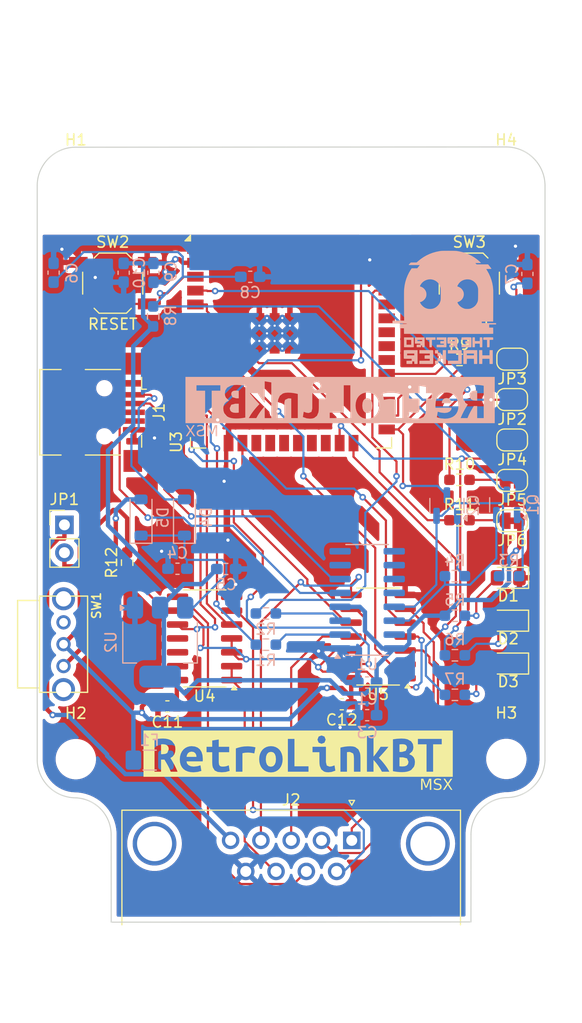
<source format=kicad_pcb>
(kicad_pcb (version 20240108) (generator "pcbnew") (generator_version "8.0")
  (title_block (title "MSX RetroLinkBT") (date "2024-11-21") (rev "1.0") (company "The Retro Hacker") (comment 1 "Based on msx-joyblue schematics by herraa1") (comment 2 "Supports MSX computers") (comment 3 "Simple adapter to allow the use of bluetooth joysticks with retro computers") (comment 4 "MSX RetroLinkBT 1.0"))
  (layers (0 "F.Cu" signal) (31 "B.Cu" signal) (34 "B.Paste" user) (35 "F.Paste" user) (36 "B.SilkS" user "B.Silkscreen") (37 "F.SilkS" user "F.Silkscreen") (38 "B.Mask" user) (39 "F.Mask" user) (44 "Edge.Cuts" user))
  (net 0 "")
  (net 1 "GND")
  (net 2 "+3V3_REG")
  (net 3 "Net-(D4-K)")
  (net 4 "/ESP_EN")
  (net 5 "/ESP_BOOT")
  (net 6 "JOY_5V")
  (net 7 "Net-(D1-A)")
  (net 8 "Net-(D2-A)")
  (net 9 "Net-(D3-A)")
  (net 10 "Net-(D4-A)")
  (net 11 "JOY_EXT_5V")
  (net 12 "J1_PWR")
  (net 13 "/USBD-")
  (net 19 "/USBD+")
  (net 20 "/J1_DOWN")
  (net 21 "/J1_OUT")
  (net 22 "/J1_RIGHT")
  (net 23 "/J1_LEFT")
  (net 24 "/J1_TRIGB")
  (net 25 "/J1_TRIGA")
  (net 26 "/J1_UP")
  (net 27 "I2C_SCL")
  (net 28 "I2C_SDA")
  (net 29 "Net-(JP3-B)")
  (net 30 "Net-(JP5-B)")
  (net 31 "Net-(JP6-B)")
  (net 32 "RTS_PROG")
  (net 33 "Net-(Q1-B)")
  (net 34 "DTR_PROG")
  (net 35 "Net-(Q2-B)")
  (net 36 "UART_TX")
  (net 37 "Net-(U1-TXD)")
  (net 38 "Net-(U1-RXD)")
  (net 39 "UART_RX")
  (net 40 "GPIO_BOOTSTRAP_15_LED_J1")
  (net 41 "GPIO_LED_BT")
  (net 42 "GPIO_BOOTSTRAP_05")
  (net 43 "GPIO_36")
  (net 44 "GPIO_39")
  (net 45 "/~{J1_OUT_1}")
  (net 58 "GPIO_J1_TRIGA")
  (net 59 "GPIO_J1_UP")
  (net 60 "GPIO_BOOTSTRAP_04")
  (net 64 "GPIO_J1_DOWN")
  (net 69 "GPIO_J1_RIGHT")
  (net 72 "GPIO_J1_LEFT")
  (net 76 "GPIO_J1_TRIGB")
  (footprint "LED_SMD:LED_0805_2012Metric_Pad1.15x1.40mm_HandSolder" (layer "F.Cu") (at 165.09 116.43 180)
    (property "Reference" "D2")
    (property "Value" "Port1" (hide yes))
  )
  (footprint "libraries:SK12D07VG4" (layer "F.Cu") (at 124.41 118.58 -90)
    (property "Reference" "SW1")
    (property "Value" "SK12D07VG4")
  )
  (footprint "kibuzzard-673FD7EF" (layer "F.Cu") (at 145.87 128.59)
    (property "Reference" "kibuzzard-673FD7EF" (hide yes))
    (property "Value" "G***" (hide yes))
  )
  (footprint "Button_Switch_SMD:SW_SPST_TL3342" (layer "F.Cu") (at 128.91 85.56)
    (property "Reference" "SW2")
    (property "Value" "RESET")
  )
  (footprint "MountingHole:MountingHole_3.2mm_M3" (layer "F.Cu") (at 125.5324 129.0937)
    (property "Reference" "H2")
    (property "Value" "MountingHole_Pad")
  )
  (footprint "Jumper:SolderJumper-2_P1.3mm_Open_RoundedPad1.0x1.5mm" (layer "F.Cu") (at 165.45 96.205 180)
    (property "Reference" "JP2")
    (property "Value" "Open" (hide yes))
  )
  (footprint "Jumper:SolderJumper-2_P1.3mm_Open_RoundedPad1.0x1.5mm" (layer "F.Cu") (at 165.45 99.9 180)
    (property "Reference" "JP4")
    (property "Value" "Open" (hide yes))
  )
  (footprint "Resistor_SMD:R_0603_1608Metric_Pad0.98x0.95mm_HandSolder" (layer "F.Cu") (at 160.63 92.58)
    (property "Reference" "R9")
    (property "Value" "3.3K" (hide yes))
  )
  (footprint "Resistor_SMD:R_0603_1608Metric_Pad0.98x0.95mm_HandSolder" (layer "F.Cu") (at 130.23 111.12 90)
    (property "Reference" "R12")
    (property "Value" "3.3K")
  )
  (footprint "Jumper:SolderJumper-2_P1.3mm_Bridged_RoundedPad1.0x1.5mm" (layer "F.Cu") (at 165.45 103.595 180)
    (property "Reference" "JP5")
    (property "Value" "Closed" (hide yes))
  )
  (footprint "Resistor_SMD:R_0603_1608Metric_Pad0.98x0.95mm_HandSolder" (layer "F.Cu") (at 160.63 107.24)
    (property "Reference" "R11")
    (property "Value" "10K" (hide yes))
  )
  (footprint "Connector_USB:USB_Mini-B_Lumberg_2486_01_Horizontal" (layer "F.Cu") (at 128.145 97.37 -90)
    (property "Reference" "J1")
    (property "Value" "USB_B_Mini")
  )
  (footprint "Resistor_SMD:R_0603_1608Metric_Pad0.98x0.95mm_HandSolder" (layer "F.Cu") (at 160.63 103.545)
    (property "Reference" "R10")
    (property "Value" "3.3K" (hide yes))
  )
  (footprint "Connector_Dsub:DSUB-9_Female_Horizontal_P2.77x2.84mm_EdgePinOffset4.94mm_Housed_MountingHolesOffset7.48mm" (layer "F.Cu") (at 150.775 136.52)
    (property "Reference" "J2")
    (property "Value" "MSX Port1")
  )
  (footprint "MountingHole:MountingHole_3.2mm_M3" (layer "F.Cu") (at 164.9159 129.0737)
    (property "Reference" "H3")
    (property "Value" "MountingHole_Pad")
  )
  (footprint "Package_SO:SOIC-14_3.9x8.7mm_P1.27mm" (layer "F.Cu") (at 137.315 118.05 180)
    (property "Reference" "U4")
    (property "Value" "74LS03")
  )
  (footprint "Button_Switch_SMD:SW_SPST_TL3342" (layer "F.Cu") (at 161.53 85.56)
    (property "Reference" "SW3")
    (property "Value" "BOOT")
  )
  (footprint "RF_Module:ESP32-WROOM-32E" (layer "F.Cu") (at 145.22 87.69)
    (property "Reference" "U3")
    (property "Value" "ESP32-WROOM-32E")
  )
  (footprint "Jumper:SolderJumper-2_P1.3mm_Bridged_RoundedPad1.0x1.5mm" (layer "F.Cu") (at 165.45 92.51 180)
    (property "Reference" "JP3")
    (property "Value" "Closed" (hide yes))
  )
  (footprint "Package_SO:SOIC-14_3.9x8.7mm_P1.27mm" (layer "F.Cu") (at 153.185 117.88 180)
    (property "Reference" "U5")
    (property "Value" "74LS03")
  )
  (footprint "Capacitor_SMD:C_0603_1608Metric_Pad1.08x0.95mm_HandSolder" (layer "F.Cu") (at 149.8625 124.07 180)
    (property "Reference" "C12")
    (property "Value" "0.1uF" (hide yes))
  )
  (footprint "MountingHole:MountingHole_3.2mm_M3" (layer "F.Cu") (at 164.8991 76.658)
    (property "Reference" "H4")
    (property "Value" "MountingHole_Pad")
  )
  (footprint "Connector_PinHeader_2.54mm:PinHeader_1x02_P2.54mm_Vertical" (layer "F.Cu") (at 124.49 107.665)
    (property "Reference" "JP1")
    (property "Value" "Fuse Bypass")
  )
  (footprint "LED_SMD:LED_0805_2012Metric_Pad1.15x1.40mm_HandSolder" (layer "F.Cu") (at 165.09 120.35 180)
    (property "Reference" "D3")
    (property "Value" "BT DISC" (hide yes))
  )
  (footprint "Capacitor_SMD:C_0603_1608Metric_Pad1.08x0.95mm_HandSolder" (layer "F.Cu") (at 133.91 124.27 180)
    (property "Reference" "C11")
    (property "Value" "0.1uF" (hide yes))
  )
  (footprint "LED_SMD:LED_0805_2012Metric_Pad1.15x1.40mm_HandSolder" (layer "F.Cu") (at 165.09 112.51 180)
    (property "Reference" "D1")
    (property "Value" "PWR" (hide yes))
  )
  (footprint "Jumper:SolderJumper-2_P1.3mm_Bridged_RoundedPad1.0x1.5mm" (layer "F.Cu") (at 165.45 107.29 180)
    (property "Reference" "JP6")
    (property "Value" "Closed" (hide yes))
  )
  (footprint "MountingHole:MountingHole_3.2mm_M3" (layer "F.Cu") (at 125.5354 76.66)
    (property "Reference" "H1")
    (property "Value" "MountingHole_Pad")
  )
  (footprint "Resistor_SMD:R_0603_1608Metric_Pad0.98x0.95mm_HandSolder" (layer "B.Cu") (at 160.21 123.21 180)
    (property "Reference" "R7")
    (property "Value" "1K" (hide yes))
  )
  (footprint "Capacitor_SMD:C_0603_1608Metric_Pad1.08x0.95mm_HandSolder" (layer "B.Cu") (at 152.185 122.08 180)
    (property "Reference" "C1")
    (property "Value" "0.1uF" (hide yes))
  )
  (footprint "Resistor_SMD:R_0603_1608Metric_Pad0.98x0.95mm_HandSolder" (layer "B.Cu") (at 142.92 118.62)
    (property "Reference" "R1")
    (property "Value" "1K")
  )
  (footprint "Diode_SMD:D_SOD-123" (layer "B.Cu") (at 135.47 106.99 90)
    (property "Reference" "D4")
    (property "Value" "1N5819" (hide yes))
  )
  (footprint "Resistor_SMD:R_0603_1608Metric_Pad0.98x0.95mm_HandSolder" (layer "B.Cu") (at 160.21 119.5917 180)
    (property "Reference" "R6")
    (property "Value" "3.3K")
  )
  (footprint "Package_TO_SOT_SMD:SOT-23" (layer "B.Cu") (at 159.48 105.9025 90)
    (property "Reference" "Q2")
    (property "Value" "S8050")
  )
  (footprint "Capacitor_SMD:C_0603_1608Metric_Pad1.08x0.95mm_HandSolder" (layer "B.Cu") (at 152.185 125.07 180)
    (property "Reference" "C3")
    (property "Value" "1uF" (hide yes))
  )
  (footprint "Capacitor_SMD:C_0603_1608Metric_Pad1.08x0.95mm_HandSolder" (layer "B.Cu") (at 129.91 84.61 90)
    (property "Reference" "C10")
    (property "Value" "22uF" (hide yes))
  )
  (footprint "Package_SO:SOIC-16_3.9x9.9mm_P1.27mm" (layer "B.Cu") (at 152.185 114.525)
    (property "Reference" "U1")
    (property "Value" "CH340C")
  )
  (footprint "Package_TO_SOT_SMD:SOT-23" (layer "B.Cu") (at 164.95 105.8325 90)
    (property "Reference" "Q1")
    (property "Value" "S8050")
  )
  (footprint "Capacitor_SMD:C_0603_1608Metric_Pad1.08x0.95mm_HandSolder" (layer "B.Cu") (at 132.63 84.61 -90)
    (property "Reference" "C9")
    (property "Value" "0.1uF" (hide yes))
  )
  (footprint "Diode_SMD:D_SOD-123" (layer "B.Cu") (at 131.5 106.99 90)
    (property "Reference" "D5")
    (property "Value" "1N5819" (hide yes))
  )
  (footprint "Resistor_SMD:R_0603_1608Metric_Pad0.98x0.95mm_HandSolder" (layer "B.Cu") (at 160.21 115.9733 180)
    (property "Reference" "R5")
    (property "Value" "3.3K" (hide yes))
  )
  (footprint "Resistor_SMD:R_0603_1608Metric_Pad0.98x0.95mm_HandSolder" (layer "B.Cu") (at 142.92 115.77)
    (property "Reference" "R2")
    (property "Value" "1K")
  )
  (footprint "Capacitor_SMD:C_0603_1608Metric_Pad1.08x0.95mm_HandSolder" (layer "B.Cu") (at 139.2975 111.7)
    (property "Reference" "C5")
    (property "Value" "22uF")
  )
  (footprint "kibuzzard-673FD7EF" (layer "B.Cu") (at 149.707864 96.25 180)
    (property "Reference" "kibuzzard-673FD7EF" (hide yes))
    (property "Value" "G***" (hide yes))
  )
  (footprint "Capacitor_SMD:C_0603_1608Metric_Pad1.08x0.95mm_HandSolder" (layer "B.Cu") (at 141.4875 84.98)
    (property "Reference" "C8")
    (property "Value" "22uF")
  )
  (footprint "Fuse:Fuse_1206_3216Metric_Pad1.42x1.75mm_HandSolder" (layer "B.Cu") (at 132.2875 129.18 180)
    (property "Reference" "F1")
    (property "Value" "50mA")
  )
  (footprint "Resistor_SMD:R_0603_1608Metric_Pad0.98x0.95mm_HandSolder" (layer "B.Cu") (at 165.16 112.365 180)
    (property "Reference" "R3")
    (property "Value" "10K")
  )
  (footprint "Package_TO_SOT_SMD:SOT-223-3_TabPin2" (layer "B.Cu") (at 133.24 118.39 -90)
    (property "Reference" "U2")
    (property "Value" "AMS1117-3.3")
  )
  (footprint "Resistor_SMD:R_0603_1608Metric_Pad0.98x0.95mm_HandSolder" (layer "B.Cu") (at 160.21 112.355 180)
    (property "Reference" "R4")
    (property "Value" "10K")
  )
  (footprint "Capacitor_SMD:C_0603_1608Metric_Pad1.08x0.95mm_HandSolder" (layer "B.Cu") (at 134.8325 111.68 180)
    (property "Reference" "C4")
    (property "Value" "22uF")
  )
  (footprint "Resistor_SMD:R_0603_1608Metric_Pad0.98x0.95mm_HandSolder" (layer "B.Cu") (at 132.61 88.6 -90)
    (property "Reference" "R8")
    (property "Value" "10K" (hide yes))
  )
  (footprint "Capacitor_SMD:C_0603_1608Metric_Pad1.08x0.95mm_HandSolder" (layer "B.Cu") (at 123.5 84.6 -90)
    (property "Reference" "C6")
    (property "Value" "0.1uF" (hide yes))
  )
  (footprint "libraries:TRH_NEW" (layer "B.Cu") (at 159.52 88.12 180)
    (property "Reference" "G***" (hide yes))
    (property "Value" "LOGO" (hide yes))
  )
  (footprint "Capacitor_SMD:C_0603_1608Metric_Pad1.08x0.95mm_HandSolder" (layer "B.Cu") (at 166.84 84.7175 -90)
    (property "Reference" "C7")
    (property "Value" "0.1uF" (hide yes))
  )
  (gr_arc (start 164.908226 73.10428) (mid 167.395925 74.129218) (end 168.452363 76.603705) (stroke (width 0.1)) (layer "Edge.Cuts"))
  (gr_arc (start 122.000002 76.650905) (mid 122.987431 74.209086) (end 125.389086 73.127629) (stroke (width 0.1)) (layer "Edge.Cuts"))
  (gr_line (start 161.681723 135.98) (end 161.678277 143.98) (stroke (width 0.1)) (layer "Edge.Cuts"))
  (gr_arc (start 125.523278 132.629084) (mid 123.081458 131.641656) (end 122 129.24) (stroke (width 0.1)) (layer "Edge.Cuts"))
  (gr_line (start 125.389086 73.127629) (end 164.908226 73.10428) (stroke (width 0.1)) (layer "Edge.Cuts"))
  (gr_line (start 128.77 144) (end 161.678277 143.98) (stroke (width 0.1)) (layer "Edge.Cuts"))
  (gr_arc (start 168.448277 129.22) (mid 167.36682 131.621656) (end 164.925 132.609084) (stroke (width 0.1)) (layer "Edge.Cuts"))
  (gr_line (start 168.452363 76.603705) (end 168.448277 129.22) (stroke (width 0.1)) (layer "Edge.Cuts"))
  (gr_line (start 128.766554 136) (end 128.77 144) (stroke (width 0.1)) (layer "Edge.Cuts"))
  (gr_arc (start 161.681723 135.98) (mid 162.626827 133.643625) (end 164.925 132.609085) (stroke (width 0.1)) (layer "Edge.Cuts"))
  (gr_arc (start 125.523277 132.629086) (mid 127.82145 133.663626) (end 128.766553 136.000001) (stroke (width 0.1)) (layer "Edge.Cuts"))
  (gr_line (start 122 76.650906) (end 122 129.24) (stroke (width 0.1)) (layer "Edge.Cuts"))
  (gr_text "MSX" (at 138.597864 99.73 -0) (layer "B.SilkS") (effects (font (size 1 1) (thickness 0.1)) (justify left bottom mirror)))
  (gr_text "MSX" (at 156.98 132.07 0) (layer "F.SilkS") (effects (font (size 1 1) (thickness 0.1)) (justify left bottom)))
  (segment (start 132.73 99.72) (end 131.98 98.97) (width 0.4) (layer "F.Cu") (net 1))
  (segment (start 139.45 104.03) (end 139.1 103.68) (width 0.4) (layer "F.Cu") (net 1))
  (segment (start 146.86 123.1) (end 147.83 124.07) (width 0.4) (layer "F.Cu") (net 1))
  (segment (start 149 124.07) (end 149 125.48) (width 0.4) (layer "F.Cu") (net 1))
  (segment (start 149 125.48) (end 149.71 126.19) (width 0.4) (layer "F.Cu") (net 1))
  (segment (start 139.505 100.19) (end 139.2879 100.4071) (width 0.4) (layer "F.Cu") (net 1))
  (segment (start 146.86 120.09) (end 146.86 123.1) (width 0.4) (layer "F.Cu") (net 1))
  (segment (start 164.666166 119.25) (end 160.53 119.25) (width 0.4) (layer "F.Cu") (net 1))
  (segment (start 160.53 119.25) (end 157.91 116.63) (width 0.4) (layer "F.Cu") (net 1))
  (segment (start 140.16 113.11) (end 140.16 113.87) (width 0.4) (layer "F.Cu") (net 1))
  (segment (start 139.2879 100.4071) (end 139.2879 103.4921) (width 0.4) (layer "F.Cu") (net 1))
  (segment (start 147.74 119.21) (end 146.86 120.09) (width 0.4) (layer "F.Cu") (net 1))
  (segment (start 156.56 114.07) (end 155.66 114.07) (width 0.4) (layer "F.Cu") (net 1))
  (segment (start 131.98 98.97) (end 130.845 98.97) (width 0.4) (layer "F.Cu") (net 1))
  (segment (start 164.68 82.56) (end 165.06 82.18) (width 0.4) (layer "F.Cu") (net 1))
  (segment (start 152.77 82.43) (end 152.42 82.78) (width 0.4) (layer "F.Cu") (net 1))
  (segment (start 153.97 82.43) (end 152.77 82.43) (width 0.4) (layer "F.Cu") (net 1))
  (segment (start 133.37 83.66) (end 133.73 84.02) (width 0.4) (layer "F.Cu") (net 1))
  (segment (start 139.2879 103.4921) (end 139.1 103.68) (width 0.4) (layer "F.Cu") (net 1))
  (segment (start 165.06 82.18) (end 165.75 82.18) (width 0.4) (layer "F.Cu") (net 1))
  (segment (start 125.76 83.07) (end 125.15 82.46) (width 0.4) (layer "F.Cu") (net 1))
  (segment (start 157.91 116.63) (end 157.91 115.42) (width 0.4) (layer "F.Cu") (net 1))
  (segment (start 157.91 115.42) (end 156.56 114.07) (width 0.4) (layer "F.Cu") (net 1))
  (segment (start 164.68 83.66) (end 164.68 82.56) (width 0.4) (layer "F.Cu") (net 1))
  (segment (start 132.73 106.62475) (end 132.73 99.72) (width 0.4) (layer "F.Cu") (net 1))
  (segment (start 132.06 83.66) (end 133.37 83.66) (width 0.4) (layer "F.Cu") (net 1))
  (segment (start 166.115 116.43) (end 166.115 117.801166) (width 0.4) (layer "F.Cu") (net 1))
  (segment (start 140.16 113.87) (end 139.79 114.24) (width 0.4) (layer "F.Cu") (net 1))
  (segment (start 139.45 109.06) (end 139.45 104.03) (width 0.4) (layer "F.Cu") (net 1))
  (segment (start 152.42 82.78) (end 152.42 83.43) (width 0.4) (layer "F.Cu") (net 1))
  (segment (start 125.76 83.66) (end 125.76 83.07) (width 0.4) (layer "F.Cu") (net 1))
  (segment (start 133.38 110.08) (end 133.38 107.27475) (width 0.4) (layer "F.Cu") (net 1))
  (segment (start 133.73 84.02) (end 133.73 84.53) (width 0.4) (layer "F.Cu") (net 1))
  (segment (start 166.115 117.801166) (end 164.666166 119.25) (width 0.4) (layer "F.Cu") (net 1))
  (segment (start 125.93 83.66) (end 127.31 85.04) (width 0.4) (layer "F.Cu") (net 1))
  (segment (start 147.83 124.07) (end 149 124.07) (width 0.4) (layer "F.Cu") (net 1))
  (segment (start 133.38 107.27475) (end 132.73 106.62475) (width 0.4) (layer "F.Cu") (net 1))
  (segment (start 125.76 83.66) (end 125.93 83.66) (width 0.4) (layer "F.Cu") (net 1))
  (segment (start 125.15 82.46) (end 124.26 82.46) (width 0.4) (layer "F.Cu") (net 1))
  (via (at 139.1 103.68) (size 0.6) (drill 0.3) (layers "F.Cu" "B.Cu") (net 1))
  (via (at 140.16 113.11) (size 0.6) (drill 0.3) (layers "F.Cu" "B.Cu") (net 1))
  (via (at 124.26 82.46) (size 0.6) (drill 0.3) (layers "F.Cu" "B.Cu") (net 1))
  (via (at 132.73 99.72) (size 0.6) (drill 0.3) (layers "F.Cu" "B.Cu") (net 1))
  (via (at 165.75 82.18) (size 0.6) (drill 0.3) (layers "F.Cu" "B.Cu") (net 1))
  (via (at 147.74 119.21) (size 0.6) (drill 0.3) (layers "F.Cu" "B.Cu") (net 1))
  (via (at 152.42 83.43) (size 0.6) (drill 0.3) (layers "F.Cu" "B.Cu") (net 1))
  (via (at 133.38 110.08) (size 0.6) (drill 0.3) (layers "F.Cu" "B.Cu") (net 1))
  (via (at 139.45 109.06) (size 0.6) (drill 0.3) (layers "F.Cu" "B.Cu") (net 1))
  (via (at 133.73 84.53) (size 0.6) (drill 0.3) (layers "F.Cu" "B.Cu") (net 1))
  (via (at 127.31 85.04) (size 0.6) (drill 0.3) (layers "F.Cu" "B.Cu") (net 1))
  (via (at 149.71 126.19) (size 0.6) (drill 0.3) (layers "F.Cu" "B.Cu") (net 1))
  (segment (start 150.86 126.19) (end 151.3225 125.7275) (width 0.4) (layer "B.Cu") (net 1))
  (segment (start 123.78 82.46) (end 123.5 82.74) (width 0.4) (layer "B.Cu") (net 1))
  (segment (start 123.5 82.74) (end 123.5 83.7375) (width 0.4) (layer "B.Cu") (net 1))
  (segment (start 136.69 103.68) (end 132.73 99.72) (width 0.4) (layer "B.Cu") (net 1))
  (segment (start 140.16 109.77) (end 139.45 109.06) (width 0.4) (layer "B.Cu") (net 1))
  (segment (start 133.97 110.67) (end 133.38 110.08) (width 0.4) (layer "B.Cu") (net 1))
  (segment (start 166.41 82.18) (end 166.84 82.61) (width 0.4) (layer "B.Cu") (net 1))
  (segment (start 140.16 111.7) (end 140.16 113.11) (width 0.4) (layer "B.Cu") (net 1))
  (segment (start 139.1 103.68) (end 136.69 103.68) (width 0.4) (layer "B.Cu") (net 1))
  (segment (start 151.3225 125.7275) (end 151.3225 125.07) (width 0.4) (layer "B.Cu") (net 1))
  (segment (start 152.42 83.43) (end 150.87 84.98) (width 0.4) (layer "B.Cu") (net 1))
  (segment (start 133.73 85.01) (end 133.2675 85.4725) (width 0.4) (layer "B.Cu") (net 1))
  (segment (start 151.3225 120.5825) (end 149.71 118.97) (width 0.4) (layer "B.Cu") (net 1))
  (segment (start 165.75 82.18) (end 166.41 82.18) (width 0.4) (layer "B.Cu") (net 1))
  (segment (start 166.84 82.61) (end 166.84 83.855) (width 0.4) (layer "B.Cu") (net 1))
  (segment (start 140.16 111.7) (end 140.16 109.77) (width 0.4) (layer "B.Cu") (net 1))
  (segment (start 124.26 82.46) (end 123.78 82.46) (width 0.4) (layer "B.Cu") (net 1))
  (segment (start 133.97 111.68) (end 133.97 110.67) (width 0.4) (layer "B.Cu") (net 1))
  (segment (start 133.2675 85.4725) (end 132.63 85.4725) (width 0.4) (layer "B.Cu") (net 1))
  (segment (start 150.87 84.98) (end 142.35 84.98) (width 0.4) (layer "B.Cu") (net 1))
  (segment (start 147.98 118.97) (end 147.74 119.21) (width 0.4) (layer "B.Cu") (net 1))
  (segment (start 149.71 126.19) (end 150.86 126.19) (width 0.4) (layer "B.Cu") (net 1))
  (segment (start 133.73 84.53) (end 133.73 85.01) (width 0.4) (layer "B.Cu") (net 1))
  (segment (start 151.3225 122.08) (end 151.3225 120.5825) (width 0.4) (layer "B.Cu") (net 1))
  (segment (start 149.71 118.97) (end 147.98 118.97) (width 0.4) (layer "B.Cu") (net 1))
  (segment (start 135.8942 83.7) (end 135.3183 83.7) (width 0.4) (layer "F.Cu") (net 2))
  (segment (start 166.1 109.7372) (end 166.1 107.29) (width 0.4) (layer "F.Cu") (net 2))
  (segment (start 135.8942 83.7) (end 136.47 83.7) (width 0.4) (layer "F.Cu") (net 2))
  (segment (start 134.9891 83.3708) (end 135.3183 83.7) (width 0.4) (layer "F.Cu") (net 2))
  (segment (start 134.6416 83.3708) (end 134.9891 83.3708) (width 0.4) (layer "F.Cu") (net 2))
  (segment (start 165.8048 110.0324) (end 166.1 109.7372) (width 0.4) (layer "F.Cu") (net 2))
  (via (at 165.8048 110.0324) (size 0.6) (drill 0.3) (layers "F.Cu" "B.Cu") (net 2))
  (via (at 134.6416 83.3708) (size 0.6) (drill 0.3) (layers "F.Cu" "B.Cu") (net 2))
  (segment (start 153.57 118.97) (end 151.98 117.38) (width 0.4) (layer "B.Cu") (net 2))
  (segment (start 133.5919 121.1881) (end 133.5919 115.5919) (width 0.4) (layer "B.Cu") (net 2))
  (segment (start 165.1615 112.9154) (end 165.1615 110.6757) (width 0.4) (layer "B.Cu") (net 2))
  (segment (start 133.5919 115.5919) (end 133.24 115.24) (width 0.4) (layer "B.Cu") (net 2))
  (segment (start 157.4067 115.9733) (end 156.035 117.345) (width 0.4) (layer "B.Cu") (net 2))
  (segment (start 138.435 111.7) (end 137.0508 113.0842) (width 0.4) (layer "B.Cu") (net 2))
  (segment (start 134.6244 113.8556) (end 133.24 115.24) (width 0.4) (layer "B.Cu") (net 2))
  (segment (start 159.2975 115.9733) (end 160.7344 114.5364) (width 0.4) (layer "B.Cu") (net 2))
  (segment (start 154.66 118.97) (end 153.57 118.97) (width 0.4) (layer "B.Cu") (net 2))
  (segment (start 153.0475 122.08) (end 153.0475 125.07) (width 0.4) (layer "B.Cu") (net 2))
  (segment (start 133.5919 121.1881) (end 133.24 121.54) (width 0.4) (layer "B.Cu") (net 2))
  (segment (start 130.7861 91.3364) (end 132.61 89.5125) (width 0.4) (layer "B.Cu") (net 2))
  (segment (start 136.7038 121.88) (end 148.78995 121.88) (width 0.4) (layer "B.Cu") (net 2))
  (segment (start 151.98 115.63) (end 151.51 115.16) (width 0.4) (layer "B.Cu") (net 2))
  (segment (start 131.6887 83.7475) (end 131.6887 88.5912) (width 0.4) (layer "B.Cu") (net 2))
  (segment (start 155.57 118.97) (end 154.66 118.97) (width 0.4) (layer "B.Cu") (net 2))
  (segment (start 132.63 83.7475) (end 134.2649 83.7475) (width 0.4) (layer "B.Cu") (net 2))
  (segment (start 137.0508 113.0842) (end 137.0508 113.0843) (width 0.4) (layer "B.Cu") (net 2))
  (segment (start 133.5919 121.1881) (end 135.4938 123.09) (width 0.4) (layer "B.Cu") (net 2))
  (segment (start 163.5405 114.5364) (end 165.1615 112.9154) (width 0.4) (layer "B.Cu") (net 2))
  (segment (start 134.6244 113.8556) (end 128.48 107.7112) (width 0.4) (layer "B.Cu") (net 2))
  (segment (start 130.7861 98.5577) (end 130.7861 91.3364) (width 0.4) (layer "B.Cu") (net 2))
  (segment (start 156.035 118.505) (end 155.57 118.97) (width 0.4) (layer "B.Cu") (net 2))
  (segment (start 148.78995 121.88) (end 149.99995 123.09) (width 0.4) (layer "B.Cu") (net 2))
  (segment (start 149.99995 123.09) (end 152.0375 123.09) (width 0.4) (layer "B.Cu") (net 2))
  (segment (start 131.6887 83.7475) (end 132.63 83.7475) (width 0.4) (layer "B.Cu") (net 2))
  (segment (start 156.035 117.345) (end 156.035 118.505) (width 0.4) (layer "B.Cu") (net 2))
  (segment (start 165.1615 110.6757) (end 165.8048 110.0324) (width 0.4) (layer "B.Cu") (net 2))
  (segment (start 153.0475 121.1881) (end 153.0475 120.5825) (width 0.4) (layer "B.Cu") (net 2))
  (segment (start 153.0475 120.5825) (end 154.66 118.97) (width 0.4) (layer "B.Cu") (net 2))
  (segment (start 135.4938 123.09) (end 136.7038 121.88) (width 0.4) (layer "B.Cu") (net 2))
  (segment (start 152.0375 123.09) (end 153.0475 122.08) (width 0.4) (layer "B.Cu") (net 2))
  (segment (start 134.2649 83.7475) (end 134.6416 83.3708) (width 0.4) (layer "B.Cu") (net 2))
  (segment (start 151.98 117.38) (end 151.98 115.63) (width 0.4) (layer "B.Cu") (net 2))
  (segment (start 131.6887 83.7475) (end 129.91 83.7475) (width 0.4) (layer "B.Cu") (net 2))
  (segment (start 160.7344 114.5364) (end 163.5405 114.5364) (width 0.4) (layer "B.Cu") (net 2))
  (segment (start 137.0508 113.0843) (end 135.3957 113.0843) (width 0.4) (layer "B.Cu") (net 2))
  (segment (start 135.3957 113.0843) (end 134.6244 113.8556) (width 0.4) (layer "B.Cu") (net 2))
  (segment (start 128.48 100.8638) (end 130.7861 98.5577) (width 0.4) (layer "B.Cu") (net 2))
  (segment (start 159.2975 115.9733) (end 157.4067 115.9733) (width 0.4) (layer "B.Cu") (net 2))
  (segment (start 128.48 107.7112) (end 128.48 100.8638) (width 0.4) (layer "B.Cu") (net 2))
  (segment (start 153.0475 122.08) (end 153.0475 121.1881) (width 0.4) (layer "B.Cu") (net 2))
  (segment (start 131.6887 88.5912) (end 132.61 89.5125) (width 0.4) (layer "B.Cu") (net 2))
  (segment (start 151.51 115.16) (end 149.71 115.16) (width 0.4) (layer "B.Cu") (net 2))
  (segment (start 135.47 110.6436) (end 135.695 110.8686) (width 0.2) (layer "B.Cu") (net 3))
  (segment (start 135.695 111.68) (end 135.695 110.8686) (width 0.2) (layer "B.Cu") (net 3))
  (segment (start 139.2975 111.2418) (end 139.2975 112.2086) (width 0.2) (layer "B.Cu") (net 3))
  (segment (start 138.9243 110.8686) (end 139.2975 111.2418) (width 0.2) (layer "B.Cu") (net 3))
  (segment (start 136.2661 115.24) (end 135.54 115.24) (width 0.2) (layer "B.Cu") (net 3))
  (segment (start 139.2975 112.2086) (end 136.2661 115.24) (width 0.2) (layer "B.Cu") (net 3))
  (segment (start 135.695 110.8686) (end 138.9243 110.8686) (width 0.2) (layer "B.Cu") (net 3))
  (segment (start 135.47 108.64) (end 131.5 108.64) (width 0.2) (layer "B.Cu") (net 3))
  (segment (start 135.47 108.64) (end 135.47 110.6436) (width 0.2) (layer "B.Cu") (net 3))
  (segment (start 133.2366 86.4854) (end 133.9029 86.4854) (width 0.2) (layer "F.Cu") (net 4))
  (segment (start 125.76 87.46) (end 132.06 87.46) (width 0.2) (layer "F.Cu") (net 4))
  (segment (start 136.47 84.97) (end 135.4183 84.97) (width 0.2) (layer "F.Cu") (net 4))
  (segment (start 133.2117 87.46) (end 133.2117 86.5103) (width 0.2) (layer "F.Cu") (net 4))
  (segment (start 133.9029 86.4854) (end 135.4183 84.97) (width 0.2) (layer "F.Cu") (net 4))
  (segment (start 132.06 87.46) (end 133.2117 87.46) (width 0.2) (layer "F.Cu") (net 4))
  (segment (start 133.2117 86.5103) (end 133.2366 86.4854) (width 0.2) (layer "F.Cu") (net 4))
  (via (at 133.2366 86.4854) (size 0.6) (drill 0.3) (layers "F.Cu" "B.Cu") (net 4))
  (segment (start 147.7713 87.6875) (end 132.61 87.6875) (width 0.2) (layer "B.Cu") (net 4))
  (segment (start 133.2366 86.4854) (end 133.5244 86.7731) (width 0.2) (layer "B.Cu") (net 4))
  (segment (start 135.3175 84.98) (end 133.5244 86.7731) (width 0.2) (layer "B.Cu") (net 4))
  (segment (start 135.3175 84.98) (end 135.3175 83.1516) (width 0.2) (layer "B.Cu") (net 4))
  (segment (start 126.2478 82.7147) (end 123.5 85.4625) (width 0.2) (layer "B.Cu") (net 4))
  (segment (start 140.625 84.98) (end 135.3175 84.98) (width 0.2) (layer "B.Cu") (net 4))
  (segment (start 133.5244 86.7731) (end 132.61 87.6875) (width 0.2) (layer "B.Cu") (net 4))
  (segment (start 134.8806 82.7147) (end 126.2478 82.7147) (width 0.2) (layer "B.Cu") (net 4))
  (segment (start 164.95 104.895) (end 164.95 104.8662) (width 0.2) (layer "B.Cu") (net 4))
  (segment (start 164.95 104.8662) (end 147.7713 87.6875) (width 0.2) (layer "B.Cu") (net 4))
  (segment (start 135.3175 83.1516) (end 134.8806 82.7147) (width 0.2) (layer "B.Cu") (net 4))
  (segment (start 160.5597 87.46) (end 158.38 87.46) (width 0.2) (layer "F.Cu") (net 5))
  (segment (start 164.68 87.46) (end 165.8317 87.46) (width 0.2) (layer "F.Cu") (net 5))
  (segment (start 165.8317 86.1542) (end 165.8317 87.46) (width 0.2) (layer "F.Cu") (net 5))
  (segment (start 153.97 98.94) (end 155.0217 98.94) (width 0.2) (layer "F.Cu") (net 5))
  (segment (start 160.5597 87.46) (end 160.5597 93.402) (width 0.2) (layer "F.Cu") (net 5))
  (segment (start 155.0217 98.94) (end 155.4701 99.3884) (width 0.2) (layer "F.Cu") (net 5))
  (segment (start 155.4701 104.0708) (end 155.4333 104.1076) (width 0.2) (layer "F.Cu") (net 5))
  (segment (start 165.5835 85.906) (end 165.8317 86.1542) (width 0.2) (layer "F.Cu") (net 5))
  (segment (start 155.4701 99.3884) (end 155.4701 104.0708) (width 0.2) (layer "F.Cu") (net 5))
  (segment (start 160.5597 93.402) (end 155.0217 98.94) (width 0.2) (layer "F.Cu") (net 5))
  (segment (start 164.68 87.46) (end 160.5597 87.46) (width 0.2) (layer "F.Cu") (net 5))
  (via (at 155.4333 104.1076) (size 0.6) (drill 0.3) (layers "F.Cu" "B.Cu") (net 5))
  (via (at 165.5835 85.906) (size 0.6) (drill 0.3) (layers "F.Cu" "B.Cu") (net 5))
  (segment (start 159.48 104.965) (end 158.6226 104.1076) (width 0.2) (layer "B.Cu") (net 5))
  (segment (start 158.6226 104.1076) (end 155.4333 104.1076) (width 0.2) (layer "B.Cu") (net 5))
  (segment (start 165.9095 85.58) (end 165.5835 85.906) (width 0.2) (layer "B.Cu") (net 5))
  (segment (start 166.84 85.58) (end 165.9095 85.58) (width 0.2) (layer "B.Cu") (net 5))
  (segment (start 125.8994 109.3584) (end 128.9493 106.3085) (width 0.4) (layer "F.Cu") (net 6))
  (segment (start 124.49 111.4567) (end 125.8994 111.4567) (width 0.4) (layer "F.Cu") (net 6))
  (segment (start 124.49 110.205) (end 124.49 111.4567) (width 0.4) (layer "F.Cu") (net 6))
  (segment (start 131.5783 124.2808) (end 131.5783 124.8444) (width 0.4) (layer "F.Cu") (net 6))
  (segment (start 125.8994 111.4567) (end 125.8994 109.3584) (width 0.4) (layer "F.Cu") (net 6))
  (segment (start 130.23 107.0536) (end 130.23 110.2075) (width 0.4) (layer "F.Cu") (net 6))
  (segment (start 148.5 122.58) (end 149.87 122.58) (width 0.4) (layer "F.Cu") (net 6))
  (segment (start 132.5011 123.358) (end 131.5783 124.2808) (width 0.4) (layer "F.Cu") (net 6))
  (segment (start 134.7725 124.27) (end 134.7725 123.358) (width 0.4) (layer "F.Cu") (net 6))
  (segment (start 129.4849 106.3085) (end 130.23 107.0536) (width 0.4) (layer "F.Cu") (net 6))
  (segment (start 134.7725 121.9275) (end 134.84 121.86) (width 0.4) (layer "F.Cu") (net 6))
  (segment (start 149.87 122.58) (end 150.725 123.435) (width 0.4) (layer "F.Cu") (net 6))
  (segment (start 128.9493 106.3085) (end 129.4849 106.3085) (width 0.4) (layer "F.Cu") (net 6))
  (segment (start 134.7725 123.358) (end 132.5011 123.358) (width 0.4) (layer "F.Cu") (net 6))
  (segment (start 150.725 123.435) (end 150.725 124.07) (width 0.4) (layer "F.Cu") (net 6))
  (segment (start 125.8994 117.0906) (end 125.8994 111.4567) (width 0.4) (layer "F.Cu") (net 6))
  (segment (start 134.7725 123.358) (end 134.7725 121.9275) (width 0.4) (layer "F.Cu") (net 6))
  (segment (start 124.41 118.58) (end 125.8994 117.0906) (width 0.4) (layer "F.Cu") (net 6))
  (segment (start 150.725 121.705) (end 150.725 124.07) (width 0.4) (layer "F.Cu") (net 6))
  (segment (start 150.71 121.69) (end 150.725 121.705) (width 0.4) (layer "F.Cu") (net 6))
  (via (at 131.5783 124.8444) (size 0.6) (drill 0.3) (layers "F.Cu" "B.Cu") (net 6))
  (via (at 148.5 122.58) (size 0.6) (drill 0.3) (layers "F.Cu" "B.Cu") (net 6))
  (segment (start 148.5 122.58) (end 147.93 122.58) (width 0.4) (layer "B.Cu") (net 6))
  (segment (start 130.8 129.18) (end 130.8 124.97) (width 0.4) (layer "B.Cu") (net 6))
  (segment (start 130.9256 124.8444) (end 130.8 124.97) (width 0.4) (layer "B.Cu") (net 6))
  (segment (start 130.8 124.97) (end 124.41 118.58) (width 0.4) (layer "B.Cu") (net 6))
  (segment (start 131.5783 124.8444) (end 130.9256 124.8444) (width 0.4) (layer "B.Cu") (net 6))
  (segment (start 132.1696 125.4357) (end 131.5783 124.8444) (width 0.4) (layer "B.Cu") (net 6))
  (segment (start 145.0743 125.4357) (end 132.1696 125.4357) (width 0.4) (layer "B.Cu") (net 6))
  (segment (start 147.93 122.58) (end 145.0743 125.4357) (width 0.4) (layer "B.Cu") (net 6))
  (segment (start 164.065 112.51) (end 162.1661 114.4089) (width 0.2) (layer "F.Cu") (net 7))
  (segment (start 162.1661 114.4089) (end 162.1661 115.9733) (width 0.2) (layer "F.Cu") (net 7))
  (via (at 162.1661 115.9733) (size 0.6) (drill 0.3) (layers "F.Cu" "B.Cu") (net 7))
  (segment (start 162.1661 115.9733) (end 161.1225 115.9733) (width 0.2) (layer "B.Cu") (net 7))
  (segment (start 164.1791 116.5441) (end 164.1791 118.5437) (width 0.2) (layer "F.Cu") (net 8))
  (segment (start 164.065 116.43) (end 164.1791 116.5441) (width 0.2) (layer "F.Cu") (net 8))
  (via (at 164.1791 118.5437) (size 0.6) (drill 0.3) (layers "F.Cu" "B.Cu") (net 8))
  (segment (start 162.1705 118.5437) (end 161.1225 119.5917) (width 0.2) (layer "B.Cu") (net 8))
  (segment (start 164.1791 118.5437) (end 162.1705 118.5437) (width 0.2) (layer "B.Cu") (net 8))
  (segment (start 164.065 120.35) (end 162.1661 122.2489) (width 0.2) (layer "F.Cu") (net 9))
  (segment (start 162.1661 122.2489) (end 162.1661 123.1184) (width 0.2) (layer "F.Cu") (net 9))
  (via (at 162.1661 123.1184) (size 0.6) (drill 0.3) (layers "F.Cu" "B.Cu") (net 9))
  (segment (start 162.1661 123.1184) (end 161.2141 123.1184) (width 0.2) (layer "B.Cu") (net 9))
  (segment (start 161.2141 123.1184) (end 161.1225 123.21) (width 0.2) (layer "B.Cu") (net 9))
  (segment (start 132.3633 95.77) (end 130.845 95.77) (width 0.2) (layer "F.Cu") (net 10))
  (segment (start 132.7041 96.1108) (end 132.3633 95.77) (width 0.2) (layer "F.Cu") (net 10))
  (via (at 132.7041 96.1108) (size 0.6) (drill 0.3) (layers "F.Cu" "B.Cu") (net 10))
  (segment (start 132.1792 96.1108) (end 131.2861 97.0039) (width 0.2) (layer "B.Cu") (net 10))
  (segment (start 130.62 99.430907) (end 130.62 102.28) (width 0.2) (layer "B.Cu") (net 10))
  (segment (start 131.2861 97.0039) (end 131.2861 98.764807) (width 0.2) (layer "B.Cu") (net 10))
  (segment (start 130.62 102.28) (end 133.68 105.34) (width 0.2) (layer "B.Cu") (net 10))
  (segment (start 131.2861 98.764807) (end 130.62 99.430907) (width 0.2) (layer "B.Cu") (net 10))
  (segment (start 132.7041 96.1108) (end 132.1792 96.1108) (width 0.2) (layer "B.Cu") (net 10))
  (segment (start 133.68 105.34) (end 135.47 105.34) (width 0.2) (layer "B.Cu") (net 10))
  (segment (start 129.1895 115.8005) (end 124.41 120.58) (width 0.4) (layer "F.Cu") (net 11))
  (segment (start 129.1895 107.07) (end 129.1895 115.8005) (width 0.4) (layer "F.Cu") (net 11))
  (via (at 129.1895 107.07) (size 0.6) (drill 0.3) (layers "F.Cu" "B.Cu") (net 11))
  (segment (start 130.16 105.34) (end 129.1895 106.3105) (width 0.4) (layer "B.Cu") (net 11))
  (segment (start 129.1895 106.3105) (end 129.1895 107.07) (width 0.4) (layer "B.Cu") (net 11))
  (segment (start 131.5 105.34) (end 130.16 105.34) (width 0.4) (layer "B.Cu") (net 11))
  (segment (start 124.49 107.665) (end 124.49 108.9167) (width 0.4) (layer "F.Cu") (net 12))
  (segment (start 122.9064 124.5463) (end 122.9064 109.9527) (width 0.4) (layer "F.Cu") (net 12))
  (segment (start 122.9064 109.9527) (end 123.9424 108.9167) (width 0.4) (layer "F.Cu") (net 12))
  (segment (start 123.4129 125.0528) (end 122.9064 124.5463) (width 0.4) (layer "F.Cu") (net 12))
  (segment (start 123.9424 108.9167) (end 124.49 108.9167) (width 0.4) (layer "F.Cu") (net 12))
  (via (at 123.4129 125.0528) (size 0.6) (drill 0.3) (layers "F.Cu" "B.Cu") (net 12))
  (segment (start 128.3951 128.6655) (end 124.7824 125.0528) (width 0.4) (layer "B.Cu") (net 12))
  (segment (start 128.3951 128.787) (end 128.3951 128.6655) (width 0.4) (layer "B.Cu") (net 12))
  (segment (start 130.0713 130.4632) (end 128.3951 128.787) (width 0.4) (layer "B.Cu") (net 12))
  (segment (start 133.775 130.4632) (end 130.0713 130.4632) (width 0.4) (layer "B.Cu") (net 12))
  (segment (start 133.775 129.18) (end 133.775 130.4632) (width 0.4) (layer "B.Cu") (net 12))
  (segment (start 133.775 130.4632) (end 133.775 130.6) (width 0.4) (layer "B.Cu") (net 12))
  (segment (start 124.7824 125.0528) (end 123.4129 125.0528) (width 0.4) (layer "B.Cu") (net 12))
  (segment (start 133.775 130.6) (end 139.695 136.52) (width 0.4) (layer "B.Cu") (net 12))
  (segment (start 132.314771 96.57) (end 133.63 97.885229) (width 0.2) (layer "F.Cu") (net 13))
  (segment (start 130.845 96.57) (end 132.314771 96.57) (width 0.2) (layer "F.Cu") (net 13))
  (segment (start 133.63 104.4166) (end 136.0985 106.8851) (width 0.2) (layer "F.Cu") (net 13))
  (segment (start 133.63 97.885229) (end 133.63 104.4166) (width 0.2) (layer "F.Cu") (net 13))
  (via (at 136.0985 106.8851) (size 0.6) (drill 0.3) (layers "F.Cu" "B.Cu") (net 13))
  (segment (start 149.71 112.62) (end 149.0062 112.62) (width 0.2) (layer "B.Cu") (net 13))
  (segment (start 149.0062 112.62) (end 143.2713 106.8851) (width 0.2) (layer "B.Cu") (net 13))
  (segment (start 143.2713 106.8851) (end 136.0985 106.8851) (width 0.2) (layer "B.Cu") (net 13))
  (segment (start 130.845 97.37) (end 129.5433 97.37) (width 0.2) (layer "F.Cu") (net 19))
  (segment (start 129.5433 104.428) (end 132.1183 107.003) (width 0.2) (layer "F.Cu") (net 19))
  (segment (start 129.5433 97.37) (end 129.5433 104.428) (width 0.2) (layer "F.Cu") (net 19))
  (via (at 132.1183 107.003) (size 0.6) (drill 0.3) (layers "F.Cu" "B.Cu") (net 19))
  (segment (start 139.906 107.75) (end 146.046 113.89) (width 0.2) (layer "B.Cu") (net 19))
  (segment (start 132.1183 107.003) (end 135.3656 107.003) (width 0.2) (layer "B.Cu") (net 19))
  (segment (start 146.046 113.89) (end 149.71 113.89) (width 0.2) (layer "B.Cu") (net 19))
  (segment (start 135.3656 107.003) (end 136.1126 107.75) (width 0.2) (layer "B.Cu") (net 19))
  (segment (start 136.1126 107.75) (end 139.906 107.75) (width 0.2) (layer "B.Cu") (net 19))
  (segment (start 157.35 117.47) (end 157.35 116.679) (width 0.2) (layer "F.Cu") (net 20))
  (segment (start 156.011 115.34) (end 155.66 115.34) (width 0.2) (layer "F.Cu") (net 20))
  (segment (start 158.28 120.1) (end 158.28 118.4) (width 0.2) (layer "F.Cu") (net 20))
  (segment (start 148.005 136.52) (end 149.1633 137.6783) (width 0.2) (layer "F.Cu") (net 20))
  (segment (start 151.6467 137.6783) (end 158.66 130.665) (width 0.2) (layer "F.Cu") (net 20))
  (segment (start 158.66 120.48) (end 158.28 120.1) (width 0.2) (layer "F.Cu") (net 20))
  (segment (start 149.1633 137.6783) (end 151.6467 137.6783) (width 0.2) (layer "F.Cu") (net 20))
  (segment (start 157.35 116.679) (end 156.011 115.34) (width 0.2) (layer "F.Cu") (net 20))
  (segment (start 158.66 130.665) (end 158.66 120.48) (width 0.2) (layer "F.Cu") (net 20))
  (segment (start 158.28 118.4) (end 157.35 117.47) (width 0.2) (layer "F.Cu") (net 20))
  (segment (start 143.7368 139.36) (end 143.85 139.36) (width 0.2) (layer "F.Cu") (net 21))
  (segment (start 139.79 120.59) (end 139.79 121.86) (width 0.2) (layer "F.Cu") (net 21))
  (segment (start 139.79 121.86) (end 140.9817 123.0517) (width 0.2) (layer "F.Cu") (net 21))
  (segment (start 140.9817 136.6049) (end 143.7368 139.36) (width 0.2) (layer "F.Cu") (net 21))
  (segment (start 140.9817 123.0517) (end 140.9817 136.6049) (width 0.2) (layer "F.Cu") (net 21))
  (segment (start 150.71 113.1333) (end 150.71 114.07) (width 0.2) (layer "F.Cu") (net 22))
  (segment (start 142.465 136.52) (end 142.465 116.5514) (width 0.2) (layer "F.Cu") (net 22))
  (segment (start 142.465 116.5514) (end 146.1132 112.9032) (width 0.2) (layer "F.Cu") (net 22))
  (segment (start 151.4121 112.4312) (end 150.71 113.1333) (width 0.2) (layer "F.Cu") (net 22))
  (via (at 146.1132 112.9032) (size 0.6) (drill 0.3) (layers "F.Cu" "B.Cu") (net 22))
  (via (at 151.4121 112.4312) (size 0.6) (drill 0.3) (layers "F.Cu" "B.Cu") (net 22))
  (segment (start 146.1132 112.9032) (end 146.4323 113.2223) (width 0.2) (layer "B.Cu") (net 22))
  (segment (start 150.8026 113.2223) (end 151.4121 112.6128) (width 0.2) (layer "B.Cu") (net 22))
  (segment (start 146.4323 113.2223) (end 150.8026 113.2223) (width 0.2) (layer "B.Cu") (net 22))
  (segment (start 151.4121 112.6128) (end 151.4121 112.4312) (width 0.2) (layer "B.Cu") (net 22))
  (segment (start 148.09 117.88) (end 145.235 120.735) (width 0.2) (layer "F.Cu") (net 23))
  (segment (start 150.71 117.88) (end 148.09 117.88) (width 0.2) (layer "F.Cu") (net 23))
  (segment (start 145.235 120.735) (end 145.235 136.52) (width 0.2) (layer "F.Cu") (net 23))
  (segment (start 146.62 139.36) (end 145.468 140.512) (width 0.2) (layer "F.Cu") (net 24))
  (segment (start 137.6198 116.6667) (end 135.1931 114.24) (width 0.2) (layer "F.Cu") (net 24))
  (segment (start 137.6198 137.5193) (end 137.6198 116.6667) (width 0.2) (layer "F.Cu") (net 24))
  (segment (start 140.6125 140.512) (end 137.6198 137.5193) (width 0.2) (layer "F.Cu") (net 24))
  (segment (start 135.1931 114.24) (end 134.84 114.24) (width 0.2) (layer "F.Cu") (net 24))
  (segment (start 145.468 140.512) (end 140.6125 140.512) (width 0.2) (layer "F.Cu") (net 24))
  (segment (start 141.7453 117.0377) (end 140.2176 115.51) (width 0.2) (layer "F.Cu") (net 25))
  (segment (start 140.2176 115.51) (end 139.79 115.51) (width 0.2) (layer "F.Cu") (net 25))
  (segment (start 141.7453 133.7316) (end 141.7453 117.0377) (width 0.2) (layer "F.Cu") (net 25))
  (via (at 141.7453 133.7316) (size 0.6) (drill 0.3) (layers "F.Cu" "B.Cu") (net 25))
  (segment (start 150.0418 139.36) (end 151.8767 137.5251) (width 0.2) (layer "B.Cu") (net 25))
  (segment (start 151.8767 135.5528) (end 150.0555 133.7316) (width 0.2) (layer "B.Cu") (net 25))
  (segment (start 150.0555 133.7316) (end 141.7453 133.7316) (width 0.2) (layer "B.Cu") (net 25))
  (segment (start 149.39 139.36) (end 150.0418 139.36) (width 0.2) (layer "B.Cu") (net 25))
  (segment (start 151.8767 137.5251) (end 151.8767 135.5528) (width 0.2) (layer "B.Cu") (net 25))
  (segment (start 157.88 120.265686) (end 158.26 120.645686) (width 0.2) (layer "F.Cu") (net 26))
  (segment (start 157.28 119.15) (end 157.88 119.75) (width 0.2) (layer "F.Cu") (net 26))
  (segment (start 155.66 119.15) (end 157.28 119.15) (width 0.2) (layer "F.Cu") (net 26))
  (segment (start 150.775 135.4183) (end 150.775 136.52) (width 0.2) (layer "F.Cu") (net 26))
  (segment (start 158.26 120.645686) (end 158.26 127.9333) (width 0.2) (layer "F.Cu") (net 26))
  (segment (start 158.26 127.9333) (end 150.775 135.4183) (width 0.2) (layer "F.Cu") (net 26))
  (segment (start 157.88 119.75) (end 157.88 120.265686) (width 0.2) (layer "F.Cu") (net 26))
  (segment (start 161.5425 92.58) (end 164.73 92.58) (width 0.2) (layer "F.Cu") (net 29))
  (segment (start 164.73 92.58) (end 164.8 92.51) (width 0.2) (layer "F.Cu") (net 29))
  (segment (start 161.5425 103.545) (end 164.75 103.545) (width 0.2) (layer "F.Cu") (net 30))
  (segment (start 164.75 103.545) (end 164.8 103.595) (width 0.2) (layer "F.Cu") (net 30))
  (segment (start 164.75 107.24) (end 164.8 107.29) (width 0.2) (layer "F.Cu") (net 31))
  (segment (start 161.5425 107.24) (end 164.75 107.24) (width 0.2) (layer "F.Cu") (net 31))
  (segment (start 159.3055 113.1389) (end 159.2975 113.1309) (width 0.2) (layer "B.Cu") (net 32))
  (segment (start 159.2975 112.355) (end 159.2975 113.1309) (width 0.2) (layer "B.Cu") (net 32))
  (segment (start 155.9984 116.43) (end 154.66 116.43) (width 0.2) (layer "B.Cu") (net 32))
  (segment (start 159.2975 113.1309) (end 155.9984 116.43) (width 0.2) (layer "B.Cu") (net 32))
  (segment (start 164 106.77) (end 164 110.7365) (width 0.2) (layer "B.Cu") (net 32))
  (segment (start 161.5976 113.1389) (end 159.3055 113.1389) (width 0.2) (layer "B.Cu") (net 32))
  (segment (start 164 110.7365) (end 161.5976 113.1389) (width 0.2) (layer "B.Cu") (net 32))
  (segment (start 166.4065 112.031) (end 166.4065 107.2765) (width 0.2) (layer "B.Cu") (net 33))
  (segment (start 166.0725 112.365) (end 166.4065 112.031) (width 0.2) (layer "B.Cu") (net 33))
  (segment (start 166.4065 107.2765) (end 165.9 106.77) (width 0.2) (layer "B.Cu") (net 33))
  (segment (start 158.53 111.868278) (end 158.53 106.84) (width 0.2) (layer "B.Cu") (net 34))
  (segment (start 159.0175 106.84) (end 160.1758 105.6817) (width 0.2) (layer "B.Cu") (net 34))
  (segment (start 158.51 113.14) (end 158.51 111.888278) (width 0.2) (layer "B.Cu") (net 34))
  (segment (start 154.66 115.16) (end 156.49 115.16) (width 0.2) (layer "B.Cu") (net 34))
  (segment (start 158.53 106.84) (end 159.0175 106.84) (width 0.2) (layer "B.Cu") (net 34))
  (segment (start 164.6083 112.0042) (end 164.2475 112.365) (width 0.2) (layer "B.Cu") (net 34))
  (segment (start 164.6083 105.9408) (end 164.6083 112.0042) (width 0.2) (layer "B.Cu") (net 34))
  (segment (start 160.1758 105.6817) (end 164.3492 105.6817) (width 0.2) (layer "B.Cu") (net 34))
  (segment (start 156.49 115.16) (end 158.51 113.14) (width 0.2) (layer "B.Cu") (net 34))
  (segment (start 164.3492 105.6817) (end 164.6083 105.9408) (width 0.2) (layer "B.Cu") (net 34))
  (segment (start 158.51 111.888278) (end 158.53 111.868278) (width 0.2) (layer "B.Cu") (net 34))
  (segment (start 160.43 111.6625) (end 160.43 106.84) (width 0.2) (layer "B.Cu") (net 35))
  (segment (start 161.1225 112.355) (end 160.43 111.6625) (width 0.2) (layer "B.Cu") (net 35))
  (segment (start 155.6283 81.6783) (end 152.0417 81.6783) (width 0.2) (layer "F.Cu") (net 36))
  (segment (start 138.449 114.8208) (end 138.449 100.6728) (width 0.2) (layer "F.Cu") (net 36))
  (segment (start 151.6219 82.0981) (end 151.6219 92.6153) (width 0.2) (layer "F.Cu") (net 36))
  (segment (start 156.19 82.24) (end 155.6283 81.6783) (width 0.2) (layer "F.Cu") (net 36))
  (segment (start 153.97 87.51) (end 155.36 87.51) (width 0.2) (layer "F.Cu") (net 36))
  (segment (start 138.3941 114.8757) (end 138.449 114.8208) (width 0.2) (layer "F.Cu") (net 36))
  (segment (start 152.0417 81.6783) (end 151.6219 82.0981) (width 0.2) (layer "F.Cu") (net 36))
  (segment (start 155.36 87.51) (end 156.19 86.68) (width 0.2) (layer "F.Cu") (net 36))
  (segment (start 156.19 86.68) (end 156.19 82.24) (width 0.2) (layer "F.Cu") (net 36))
  (via (at 138.3941 114.8757) (size 0.6) (drill 0.3) (layers "F.Cu" "B.Cu") (net 36))
  (via (at 138.449 100.6728) (size 0.6) (drill 0.3) (layers "F.Cu" "B.Cu") (net 36))
  (via (at 151.6219 92.6153) (size 0.6) (drill 0.3) (layers "F.Cu" "B.Cu") (net 36))
  (segment (start 143.1082 92.6153) (end 137.8774 97.8461) (width 0.2) (layer "B.Cu") (net 36))
  (segment (start 151.6219 92.6153) (end 143.1082 92.6153) (width 0.2) (layer "B.Cu") (net 36))
  (segment (start 142.0075 118.62) (end 138.3941 115.0066) (width 0.2) (layer "B.Cu") (net 36))
  (segment (start 137.8774 97.8461) (end 137.8774 100.1012) (width 0.2) (layer "B.Cu") (net 36))
  (segment (start 138.3941 115.0066) (end 138.3941 114.8757) (width 0.2) (layer "B.Cu") (net 36))
  (segment (start 137.8774 100.1012) (end 138.449 100.6728) (width 0.2) (layer "B.Cu") (net 36))
  (segment (start 149.71 117.7) (end 144.7525 117.7) (width 0.2) (layer "B.Cu") (net 37))
  (segment (start 144.7525 117.7) (end 143.8325 118.62) (width 0.2) (layer "B.Cu") (net 37))
  (segment (start 143.8325 115.77) (end 149.05 115.77) (width 0.2) (layer "B.Cu") (net 38))
  (segment (start 149.05 115.77) (end 149.71 116.43) (width 0.2) (layer "B.Cu") (net 38))
  (segment (start 153.97 86.24) (end 152.9183 86.24) (width 0.2) (layer "F.Cu") (net 39))
  (segment (start 152.6616 86.4967) (end 152.6616 99.6654) (width 0.2) (layer "F.Cu") (net 39))
  (segment (start 154.8684 101.8722) (end 154.8684 103.2144) (width 0.2) (layer "F.Cu") (net 39))
  (segment (start 152.9183 86.24) (end 152.6616 86.4967) (width 0.2) (layer "F.Cu") (net 39))
  (segment (start 152.6616 99.6654) (end 154.8684 101.8722) (width 0.2) (layer "F.Cu") (net 39))
  (via (at 154.8684 103.2144) (size 0.6) (drill 0.3) (layers "F.Cu" "B.Cu") (net 39))
  (segment (start 154.8684 103.7045) (end 154.8684 103.2144) (width 0.2) (layer "B.Cu") (net 39))
  (segment (start 142.0075 115.77) (end 143.2526 114.5249) (width 0.2) (layer "B.Cu") (net 39))
  (segment (start 152.0138 106.5591) (end 154.8684 103.7045) (width 0.2) (layer "B.Cu") (net 39))
  (segment (start 143.2526 114.5249) (end 150.7315 114.5249) (width 0.2) (layer "B.Cu") (net 39))
  (segment (start 150.7315 114.5249) (end 152.0138 113.2426) (width 0.2) (layer "B.Cu") (net 39))
  (segment (start 152.0138 113.2426) (end 152.0138 106.5591) (width 0.2) (layer "B.Cu") (net 39))
  (segment (start 160.6983 101.7456) (end 160.8384 101.6055) (width 0.2) (layer "F.Cu") (net 40))
  (segment (start 149.7887 98.6172) (end 149.665 98.7409) (width 0.2) (layer "F.Cu") (net 40))
  (segment (start 160.28 116.997) (end 160.6983 116.5787) (width 0.2) (layer "F.Cu") (net 40))
  (segment (start 160.8384 101.6055) (end 163.0945 101.6055) (width 0.2) (layer "F.Cu") (net 40))
  (segment (start 149.665 98.7409) (end 149.665 100.19) (width 0.2) (layer "F.Cu") (net 40))
  (segment (start 160.6983 116.5787) (end 160.6983 101.7456) (width 0.2) (layer "F.Cu") (net 40))
  (segment (start 163.0945 101.6055) (end 164.8 99.9) (width 0.2) (layer "F.Cu") (net 40))
  (segment (start 160.28 117.15) (end 160.28 116.997) (width 0.2) (layer "F.Cu") (net 40))
  (via (at 160.28 117.15) (size 0.6) (drill 0.3) (layers "F.Cu" "B.Cu") (net 40))
  (via (at 160.8384 101.6055) (size 0.6) (drill 0.3) (layers "F.Cu" "B.Cu") (net 40))
  (via (at 149.7887 98.6172) (size 0.6) (drill 0.3) (layers "F.Cu" "B.Cu") (net 40))
  (segment (start 160.28 117.15) (end 159.2975 118.1325) (width 0.2) (layer "B.Cu") (net 40))
  (segment (start 152.777 101.6055) (end 149.7887 98.6172) (width 0.2) (layer "B.Cu") (net 40))
  (segment (start 159.2975 118.1325) (end 159.2975 119.5917) (width 0.2) (layer "B.Cu") (net 40))
  (segment (start 160.8384 101.6055) (end 152.777 101.6055) (width 0.2) (layer "B.Cu") (net 40))
  (segment (start 150.935 101.4353) (end 150.935 100.19) (width 0.2) (layer "F.Cu") (net 41))
  (segment (start 160.2983 116.0117) (end 160.2983 110.7986) (width 0.2) (layer "F.Cu") (net 41))
  (segment (start 159.33 116.98) (end 160.2983 116.0117) (width 0.2) (layer "F.Cu") (net 41))
  (segment (start 160.2983 110.7986) (end 150.935 101.4353) (width 0.2) (layer "F.Cu") (net 41))
  (via (at 159.33 116.98) (size 0.6) (drill 0.3) (layers "F.Cu" "B.Cu") (net 41))
  (segment (start 159.33 116.98) (end 157.5565 118.7535) (width 0.2) (layer "B.Cu") (net 41))
  (segment (start 157.5565 118.7535) (end 157.5565 121.469) (width 0.2) (layer "B.Cu") (net 41))
  (segment (start 157.5565 121.469) (end 159.2975 123.21) (width 0.2) (layer "B.Cu") (net 41))
  (segment (start 153.97 93.86) (end 158.4375 93.86) (width 0.2) (layer "F.Cu") (net 42))
  (segment (start 158.4375 93.86) (end 159.7175 92.58) (width 0.2) (layer "F.Cu") (net 42))
  (segment (start 137.5617 86.28) (end 138.2739 86.28) (width 0.2) (layer "F.Cu") (net 43))
  (segment (start 136.47 86.24) (end 137.5217 86.24) (width 0.2) (layer "F.Cu") (net 43))
  (segment (start 159.7175 96.9058) (end 161.3331 95.2902) (width 0.2) (layer "F.Cu") (net 43))
  (segment (start 159.7175 103.545) (end 159.7175 96.9058) (width 0.2) (layer "F.Cu") (net 43))
  (segment (start 138.2739 86.28) (end 138.2739 86.2801) (width 0.2) (layer "F.Cu") (net 43))
  (segment (start 137.5217 86.24) (end 137.5617 86.28) (width 0.2) (layer "F.Cu") (net 43))
  (via (at 161.3331 95.2902) (size 0.6) (drill 0.3) (layers "F.Cu" "B.Cu") (net 43))
  (via (at 138.2739 86.2801) (size 0.6) (drill 0.3) (layers "F.Cu" "B.Cu") (net 43))
  (segment (start 161.3331 95.2902) (end 152.323 86.2801) (width 0.2) (layer "B.Cu") (net 43))
  (segment (start 152.323 86.2801) (end 138.2739 86.2801) (width 0.2) (layer "B.Cu") (net 43))
  (segment (start 137.5217 88.1151) (end 137.5217 87.51) (width 0.2) (layer "F.Cu") (net 44))
  (segment (start 159.7175 107.24) (end 157.7114 107.24) (width 0.2) (layer "F.Cu") (net 44))
  (segment (start 145.3055 92.8773) (end 142.2839 92.8773) (width 0.2) (layer "F.Cu") (net 44))
  (segment (start 136.47 87.51) (end 137.5217 87.51) (width 0.2) (layer "F.Cu") (net 44))
  (segment (start 153.3215 100.8933) (end 145.3055 92.8773) (width 0.2) (layer "F.Cu") (net 44))
  (segment (start 153.3215 102.8501) (end 153.3215 100.8933) (width 0.2) (layer "F.Cu") (net 44))
  (segment (start 157.7114 107.24) (end 153.3215 102.8501) (width 0.2) (layer "F.Cu") (net 44))
  (segment (start 142.2839 92.8773) (end 137.5217 88.1151) (width 0.2) (layer "F.Cu") (net 44))
  (segment (start 153.5399 122.48) (end 154.87 122.48) (width 0.2) (layer "F.Cu") (net 45))
  (segment (start 154.87 122.48) (end 155.66 121.69) (width 0.2) (layer "F.Cu") (net 45))
  (segment (start 149.24 119.15) (end 150.71 119.15) (width 0.2) (layer "F.Cu") (net 45))
  (segment (start 156.67 122.52) (end 156.09 122.52) (width 0.2) (layer "F.Cu") (net 45))
  (segment (start 147.71 120.68) (end 148.12 121.09) (width 0.2) (layer "F.Cu") (net 45))
  (segment (start 135.77 115.51) (end 134.84 115.51) (width 0.2) (layer "F.Cu") (net 45))
  (segment (start 139.79 119.32) (end 140.4234 119.9534) (width 0.2) (layer "F.Cu") (net 45))
  (segment (start 139.79 118.05) (end 139.79 119.32) (width 0.2) (layer "F.Cu") (net 45))
  (segment (start 133.7075 115.51) (end 134.84 115.51) (width 0.2) (layer "F.Cu") (net 45))
  (segment (start 137.2101 116.9501) (end 135.77 115.51) (width 0.2) (layer "F.Cu") (net 45))
  (segment (start 151.1493 119.15) (end 151.9963 118.303) (width 0.2) (layer "F.Cu") (net 45))
  (segment (start 148.12 121.09) (end 152.1499 121.09) (width 0.2) (layer "F.Cu") (net 45))
  (segment (start 150.71 119.15) (end 151.1493 119.15) (width 0.2) (layer "F.Cu") (net 45))
  (segment (start 151.9963 118.303) (end 151.9963 116.2092) (width 0.2) (layer "F.Cu") (net 45))
  (segment (start 130.23 112.0325) (end 133.7075 115.51) (width 0.2) (layer "F.Cu") (net 45))
  (segment (start 155.66 121.69) (end 154.9599 121.69) (width 0.2) (layer "F.Cu") (net 45))
  (segment (start 156.82 117.88) (end 157.16 118.22) (width 0.2) (layer "F.Cu") (net 45))
  (segment (start 155.66 117.88) (end 156.82 117.88) (width 0.2) (layer "F.Cu") (net 45))
  (segment (start 155.2267 117.88) (end 155.66 117.88) (width 0.2) (layer "F.Cu") (net 45))
  (segment (start 140.4234 119.9534) (end 141.1203 119.9534) (width 0.2) (layer "F.Cu") (net 45))
  (segment (start 147.71 120.68) (end 149.24 119.15) (width 0.2) (layer "F.Cu") (net 45))
  (segment (start 151.9963 116.2092) (end 151.1271 115.34) (width 0.2) (layer "F.Cu") (net 45))
  (segment (start 152.1499 121.09) (end 153.5399 122.48) (width 0.2) (layer "F.Cu") (net 45))
  (segment (start 151.1271 115.34) (end 150.71 115.34) (width 0.2) (layer "F.Cu") (net 45))
  (segment (start 137.2101 118.6334) (end 137.2101 116.9501) (width 0.2) (layer "F.Cu") (net 45))
  (segment (start 136.924 118.9195) (end 137.2101 118.6334) (width 0.2) (layer "F.Cu") (net 45))
  (segment (start 155.66 122.09) (end 155.66 121.69) (width 0.2) (layer "F.Cu") (net 45))
  (segment (start 156.09 122.52) (end 155.66 122.09) (width 0.2) (layer "F.Cu") (net 45))
  (via (at 156.67 122.52) (size 0.6) (drill 0.3) (layers "F.Cu" "B.Cu") (net 45))
  (via (at 136.924 118.9195) (size 0.6) (drill 0.3) (layers "F.Cu" "B.Cu") (net 45))
  (via (at 157.16 118.22) (size 0.6) (drill 0.3) (layers "F.Cu" "B.Cu") (net 45))
  (via (at 141.1203 119.9534) (size 0.6) (drill 0.3) (layers "F.Cu" "B.Cu") (net 45))
  (via (at 147.71 120.68) (size 0.6) (drill 0.3) (layers "F.Cu" "B.Cu") (net 45))
  (segment (start 136.924 118.9195) (end 140.0864 118.9195) (width 0.2) (layer "B.Cu") (net 45))
  (segment (start 141.1274 119.9463) (end 141.1203 119.9534) (width 0.2) (layer "B.Cu") (net 45))
  (segment (start 140.0864 118.9195) (end 141.1203 119.9534) (width 0.2) (layer "B.Cu") (net 45))
  (segment (start 157.16 118.22) (end 157.1565 118.2235) (width 0.2) (layer "B.Cu") (net 45))
  (segment (start 157.1565 122.0335) (end 156.67 122.52) (width 0.2) (layer "B.Cu") (net 45))
  (segment (start 147.71 120.68) (end 146.9763 119.9463) (width 0.2) (layer "B.Cu") (net 45))
  (segment (start 146.9763 119.9463) (end 141.1274 119.9463) (width 0.2) (layer "B.Cu") (net 45))
  (segment (start 157.1565 118.2235) (end 157.1565 122.0335) (width 0.2) (layer "B.Cu") (net 45))
  (segment (start 139.79 116.78) (end 139.4427 116.78) (width 0.2) (layer "F.Cu") (net 58))
  (segment (start 139.4427 116.78) (end 137.5217 114.859) (width 0.2) (layer "F.Cu") (net 58))
  (segment (start 137.5217 114.859) (end 137.5217 97.67) (width 0.2) (layer "F.Cu") (net 58))
  (segment (start 136.47 97.67) (end 137.5217 97.67) (width 0.2) (layer "F.Cu") (net 58))
  (segment (start 154.33 120.42) (end 155.66 120.42) (width 0.2) (layer "F.Cu") (net 59))
  (segment (start 152.9229 119.0129) (end 154.33 120.42) (width 0.2) (layer "F.Cu") (net 59))
  (segment (start 140.62 93.86) (end 144.04 97.28) (width 0.2) (layer "F.Cu") (net 59))
  (segment (start 136.47 93.86) (end 140.62 93.86) (width 0.2) (layer "F.Cu") (net 59))
  (segment (start 146.35 103.21) (end 152.9229 109.7829) (width 0.2) (layer "F.Cu") (net 59))
  (segment (start 152.9229 109.7829) (end 152.9229 119.0129) (width 0.2) (layer "F.Cu") (net 59))
  (via (at 146.35 103.21) (size 0.6) (drill 0.3) (layers "F.Cu" "B.Cu") (net 59))
  (via (at 144.04 97.28) (size 0.6) (drill 0.3) (layers "F.Cu" "B.Cu") (net 59))
  (segment (start 144.04 97.28) (end 146.35 99.59) (width 0.2) (layer "B.Cu") (net 59))
  (segment (start 146.35 99.59) (end 146.35 103.21) (width 0.2) (layer "B.Cu") (net 59))
  (segment (start 155.0217 97.67) (end 155.0217 96.1097) (width 0.2) (layer "F.Cu") (net 60))
  (segment (start 164.7794 96.2256) (end 164.8 96.205) (width 0.2) (layer "F.Cu") (net 60))
  (segment (start 153.97 97.67) (end 155.0217 97.67) (width 0.2) (layer "F.Cu") (net 60))
  (segment (start 155.0217 96.1097) (end 156.076 95.0554) (width 0.2) (layer "F.Cu") (net 60))
  (segment (start 163.5106 96.2256) (end 164.7794 96.2256) (width 0.2) (layer "F.Cu") (net 60))
  (via (at 163.5106 96.2256) (size 0.6) (drill 0.3) (layers "F.Cu" "B.Cu") (net 60))
  (via (at 156.076 95.0554) (size 0.6) (drill 0.3) (layers "F.Cu" "B.Cu") (net 60))
  (segment (start 157.2462 96.2256) (end 163.5106 96.2256) (width 0.2) (layer "B.Cu") (net 60))
  (segment (start 156.076 95.0554) (end 157.2462 96.2256) (width 0.2) (layer "B.Cu") (net 60))
  (segment (start 137.5217 97.0802) (end 138.5079 98.0664) (width 0.2) (layer "F.Cu") (net 64))
  (segment (start 155.2888 116.61) (end 155.66 116.61) (width 0.2) (layer "F.Cu") (net 64))
  (segment (start 151.7716 105.1384) (end 153.9 107.2668) (width 0.2) (layer "F.Cu") (net 64))
  (segment (start 153.9 115.2212) (end 155.2888 116.61) (width 0.2) (layer "F.Cu") (net 64))
  (segment (start 136.47 96.4) (end 137.5217 96.4) (width 0.2) (layer "F.Cu") (net 64))
  (segment (start 137.5217 96.4) (end 137.5217 97.0802) (width 0.2) (layer "F.Cu") (net 64))
  (segment (start 153.9 107.2668) (end 153.9 115.2212) (width 0.2) (layer "F.Cu") (net 64))
  (via (at 138.5079 98.0664) (size 0.6) (drill 0.3) (layers "F.Cu" "B.Cu") (net 64))
  (via (at 151.7716 105.1384) (size 0.6) (drill 0.3) (layers "F.Cu" "B.Cu") (net 64))
  (segment (start 144.7915 104.35) (end 138.5079 98.0664) (width 0.2) (layer "B.Cu") (net 64))
  (segment (start 151.7716 105.1384) (end 150.9832 104.35) (width 0.2) (layer "B.Cu") (net 64))
  (segment (start 150.9832 104.35) (end 144.7915 104.35) (width 0.2) (layer "B.Cu") (net 64))
  (segment (start 140.775 106.7141) (end 140.775 100.19) (width 0.2) (layer "F.Cu") (net 69))
  (segment (start 146.7149 113.0592) (end 146.7149 112.654) (width 0.2) (layer "F.Cu") (net 69))
  (segment (start 146.7149 112.654) (end 140.775 106.7141) (width 0.2) (layer "F.Cu") (net 69))
  (segment (start 150.71 116.61) (end 150.2657 116.61) (width 0.2) (layer "F.Cu") (net 69))
  (segment (start 150.2657 116.61) (end 146.7149 113.0592) (width 0.2) (layer "F.Cu") (net 69))
  (segment (start 139.9879 107.4479) (end 142.63 110.09) (width 0.2) (layer "F.Cu") (net 72))
  (segment (start 139.9879 101.8302) (end 139.9879 107.4479) (width 0.2) (layer "F.Cu") (net 72))
  (segment (start 142.63 113.1599) (end 141.5381 114.2518) (width 0.2) (layer "F.Cu") (net 72))
  (segment (start 136.1187 99.2913) (end 136.1187 100.7951) (width 0.2) (layer "F.Cu") (net 72))
  (segment (start 150.7406 120.3894) (end 150.71 120.42) (width 0.2) (layer "F.Cu") (net 72))
  (segment (start 142.63 110.09) (end 142.63 113.1599) (width 0.2) (layer "F.Cu") (net 72))
  (segment (start 136.47 98.94) (end 136.1187 99.2913) (width 0.2) (layer "F.Cu") (net 72))
  (segment (start 152.3229 120.3894) (end 150.7406 120.3894) (width 0.2) (layer "F.Cu") (net 72))
  (via (at 152.3229 120.3894) (size 0.6) (drill 0.3) (layers "F.Cu" "B.Cu") (net 72))
  (via (at 139.9879 101.8302) (size 0.6) (drill 0.3) (layers "F.Cu" "B.Cu") (net 72))
  (via (at 136.1187 100.7951) (size 0.6) (drill 0.3) (layers "F.Cu" "B.Cu") (net 72))
  (via (at 141.5381 114.2518) (size 0.6) (drill 0.3) (layers "F.Cu" "B.Cu") (net 72))
  (segment (start 141.1803 116.2627) (end 141.9826 117.065) (width 0.2) (layer "B.Cu") (net 72))
  (segment (start 136.1187 100.7951) (end 137.1538 101.8302) (width 0.2) (layer "B.Cu") (net 72))
  (segment (start 141.9826 117.065) (end 150.7276 117.065) (width 0.2) (layer "B.Cu") (net 72))
  (segment (start 141.5381 114.2518) (end 141.1803 114.6096) (width 0.2) (layer "B.Cu") (net 72))
  (segment (start 150.7276 117.065) (end 152.3229 118.6603) (width 0.2) (layer "B.Cu") (net 72))
  (segment (start 137.1538 101.8302) (end 139.9879 101.8302) (width 0.2) (layer "B.Cu") (net 72))
  (segment (start 152.3229 118.6603) (end 152.3229 120.3894) (width 0.2) (layer "B.Cu") (net 72))
  (segment (start 141.1803 114.6096) (end 141.1803 116.2627) (width 0.2) (layer "B.Cu") (net 72))
  (segment (start 138.2671 116.2627) (end 136.9415 114.9371) (width 0.2) (layer "F.Cu") (net 76))
  (segment (start 138.2671 117.0318) (end 138.2671 116.2627) (width 0.2) (layer "F.Cu") (net 76))
  (segment (start 136.47 95.13) (end 135.4183 95.13) (width 0.2) (layer "F.Cu") (net 76))
  (segment (start 135.2593 117.1993) (end 134.84 116.78) (width 0.2) (layer "F.Cu") (net 76))
  (segment (start 136.9415 114.9371) (end 136.9415 102.7702) (width 0.2) (layer "F.Cu") (net 76))
  (segment (start 136.6084 117.1993) (end 135.2593 117.1993) (width 0.2) (layer "F.Cu") (net 76))
  (segment (start 136.9415 102.7702) (end 135.4183 101.247) (width 0.2) (layer "F.Cu") (net 76))
  (segment (start 135.4183 101.247) (end 135.4183 95.13) (width 0.2) (layer "F.Cu") (net 76))
  (via (at 136.6084 117.1993) (size 0.6) (drill 0.3) (layers "F.Cu" "B.Cu") (net 76))
  (via (at 138.2671 117.0318) (size 0.6) (drill 0.3) (layers "F.Cu" "B.Cu") (net 76))
  (segment (start 138.2671 117.0318) (end 136.7759 117.0318) (width 0.2) (layer "B.Cu") (net 76))
  (segment (start 136.7759 117.0318) (end 136.6084 117.1993) (width 0.2) (layer "B.Cu") (net 76))
  (zone (net 1) (net_name "GND") (layers "F&B.Cu") (connect_pads (clearance 0.5)) (min_thickness 0.25) (fill yes (thermal_gap 0.5) (thermal_bridge_width 0.5))
    (polygon (pts (xy 121.22 81.13) (xy 169.22 81.13) (xy 168.7 131.69) (xy 162.18 135.68) (xy 161.97 144.06) (xy 128.45 144.22) (xy 121.78 131.39)))
  )
)
</source>
